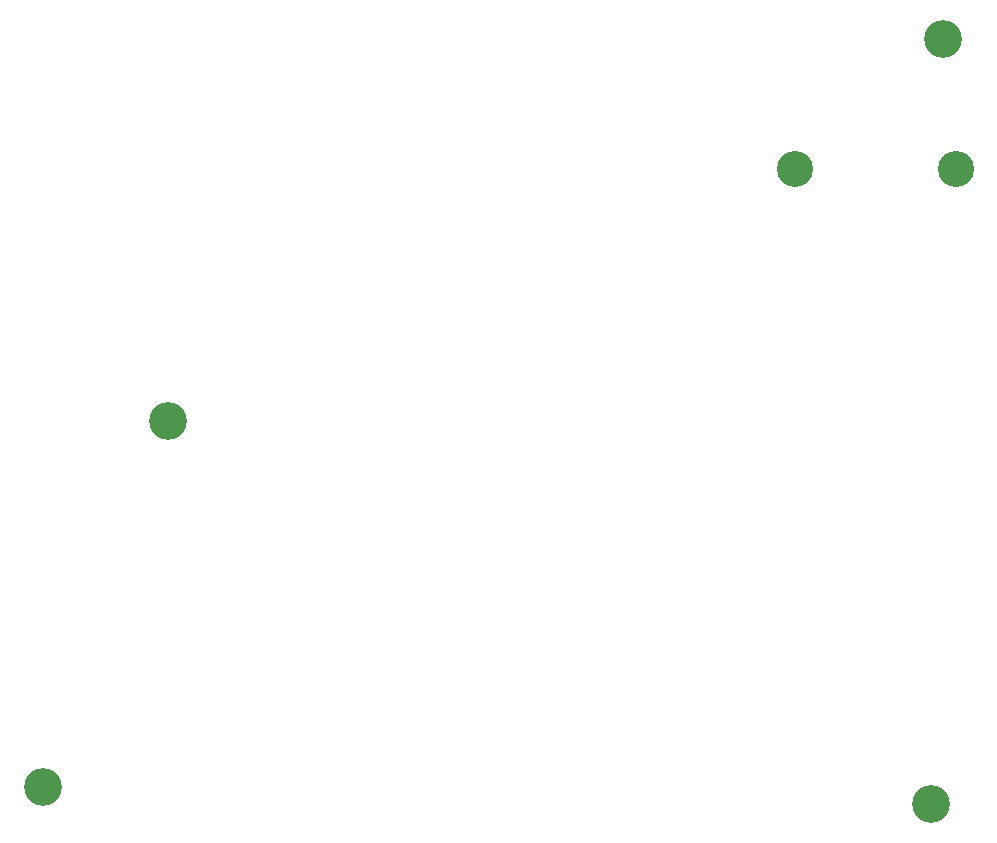
<source format=gbr>
%TF.GenerationSoftware,KiCad,Pcbnew,8.0.8*%
%TF.CreationDate,2025-03-13T10:45:48-05:00*%
%TF.ProjectId,Final Project V1,46696e61-6c20-4507-926f-6a6563742056,rev?*%
%TF.SameCoordinates,Original*%
%TF.FileFunction,NonPlated,1,2,NPTH,Drill*%
%TF.FilePolarity,Positive*%
%FSLAX46Y46*%
G04 Gerber Fmt 4.6, Leading zero omitted, Abs format (unit mm)*
G04 Created by KiCad (PCBNEW 8.0.8) date 2025-03-13 10:45:48*
%MOMM*%
%LPD*%
G01*
G04 APERTURE LIST*
%TA.AperFunction,ComponentDrill*%
%ADD10C,3.048000*%
%TD*%
%TA.AperFunction,ComponentDrill*%
%ADD11C,3.200000*%
%TD*%
G04 APERTURE END LIST*
D10*
%TO.C,J1*%
X214500000Y-83240000D03*
X228099999Y-83240000D03*
D11*
%TO.C,H3*%
X150800000Y-135600000D03*
%TO.C,H4*%
X161400000Y-104600000D03*
%TO.C,H2*%
X226000000Y-137000000D03*
%TO.C,H1*%
X227000000Y-72200000D03*
M02*

</source>
